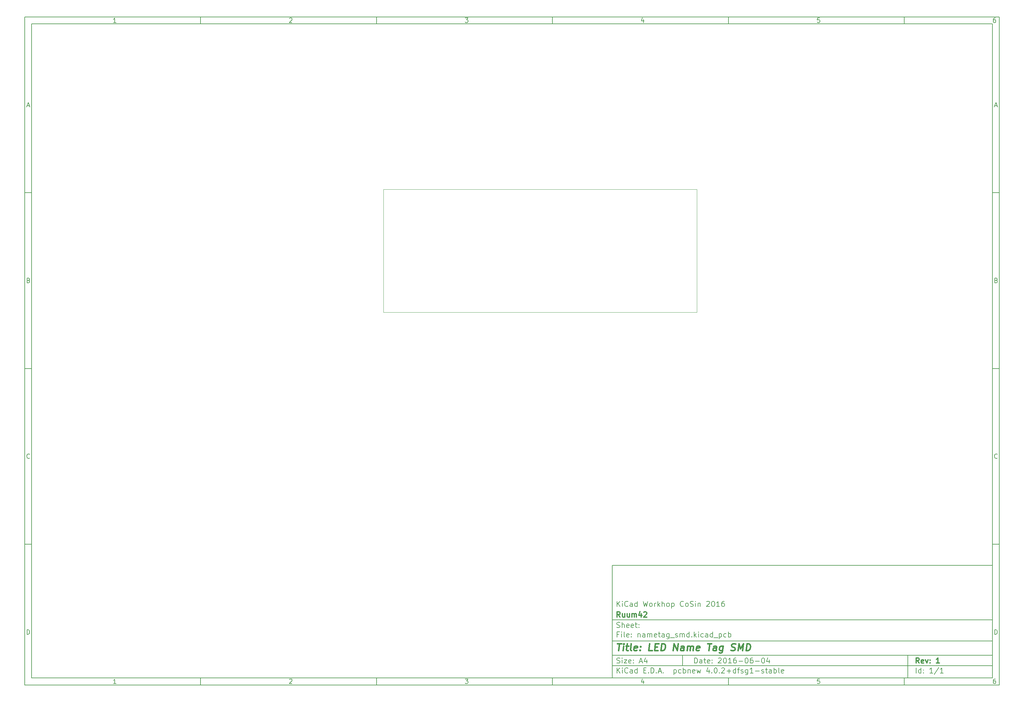
<source format=gbr>
G04 #@! TF.FileFunction,Profile,NP*
%FSLAX46Y46*%
G04 Gerber Fmt 4.6, Leading zero omitted, Abs format (unit mm)*
G04 Created by KiCad (PCBNEW 4.0.2+dfsg1-stable) date Wed 08 Jun 2016 02:12:19 CEST*
%MOMM*%
G01*
G04 APERTURE LIST*
%ADD10C,0.100000*%
%ADD11C,0.150000*%
%ADD12C,0.300000*%
%ADD13C,0.400000*%
G04 APERTURE END LIST*
D10*
D11*
X177002200Y-166007200D02*
X177002200Y-198007200D01*
X285002200Y-198007200D01*
X285002200Y-166007200D01*
X177002200Y-166007200D01*
D10*
D11*
X10000000Y-10000000D02*
X10000000Y-200007200D01*
X287002200Y-200007200D01*
X287002200Y-10000000D01*
X10000000Y-10000000D01*
D10*
D11*
X12000000Y-12000000D02*
X12000000Y-198007200D01*
X285002200Y-198007200D01*
X285002200Y-12000000D01*
X12000000Y-12000000D01*
D10*
D11*
X60000000Y-12000000D02*
X60000000Y-10000000D01*
D10*
D11*
X110000000Y-12000000D02*
X110000000Y-10000000D01*
D10*
D11*
X160000000Y-12000000D02*
X160000000Y-10000000D01*
D10*
D11*
X210000000Y-12000000D02*
X210000000Y-10000000D01*
D10*
D11*
X260000000Y-12000000D02*
X260000000Y-10000000D01*
D10*
D11*
X35990476Y-11588095D02*
X35247619Y-11588095D01*
X35619048Y-11588095D02*
X35619048Y-10288095D01*
X35495238Y-10473810D01*
X35371429Y-10597619D01*
X35247619Y-10659524D01*
D10*
D11*
X85247619Y-10411905D02*
X85309524Y-10350000D01*
X85433333Y-10288095D01*
X85742857Y-10288095D01*
X85866667Y-10350000D01*
X85928571Y-10411905D01*
X85990476Y-10535714D01*
X85990476Y-10659524D01*
X85928571Y-10845238D01*
X85185714Y-11588095D01*
X85990476Y-11588095D01*
D10*
D11*
X135185714Y-10288095D02*
X135990476Y-10288095D01*
X135557143Y-10783333D01*
X135742857Y-10783333D01*
X135866667Y-10845238D01*
X135928571Y-10907143D01*
X135990476Y-11030952D01*
X135990476Y-11340476D01*
X135928571Y-11464286D01*
X135866667Y-11526190D01*
X135742857Y-11588095D01*
X135371429Y-11588095D01*
X135247619Y-11526190D01*
X135185714Y-11464286D01*
D10*
D11*
X185866667Y-10721429D02*
X185866667Y-11588095D01*
X185557143Y-10226190D02*
X185247619Y-11154762D01*
X186052381Y-11154762D01*
D10*
D11*
X235928571Y-10288095D02*
X235309524Y-10288095D01*
X235247619Y-10907143D01*
X235309524Y-10845238D01*
X235433333Y-10783333D01*
X235742857Y-10783333D01*
X235866667Y-10845238D01*
X235928571Y-10907143D01*
X235990476Y-11030952D01*
X235990476Y-11340476D01*
X235928571Y-11464286D01*
X235866667Y-11526190D01*
X235742857Y-11588095D01*
X235433333Y-11588095D01*
X235309524Y-11526190D01*
X235247619Y-11464286D01*
D10*
D11*
X285866667Y-10288095D02*
X285619048Y-10288095D01*
X285495238Y-10350000D01*
X285433333Y-10411905D01*
X285309524Y-10597619D01*
X285247619Y-10845238D01*
X285247619Y-11340476D01*
X285309524Y-11464286D01*
X285371429Y-11526190D01*
X285495238Y-11588095D01*
X285742857Y-11588095D01*
X285866667Y-11526190D01*
X285928571Y-11464286D01*
X285990476Y-11340476D01*
X285990476Y-11030952D01*
X285928571Y-10907143D01*
X285866667Y-10845238D01*
X285742857Y-10783333D01*
X285495238Y-10783333D01*
X285371429Y-10845238D01*
X285309524Y-10907143D01*
X285247619Y-11030952D01*
D10*
D11*
X60000000Y-198007200D02*
X60000000Y-200007200D01*
D10*
D11*
X110000000Y-198007200D02*
X110000000Y-200007200D01*
D10*
D11*
X160000000Y-198007200D02*
X160000000Y-200007200D01*
D10*
D11*
X210000000Y-198007200D02*
X210000000Y-200007200D01*
D10*
D11*
X260000000Y-198007200D02*
X260000000Y-200007200D01*
D10*
D11*
X35990476Y-199595295D02*
X35247619Y-199595295D01*
X35619048Y-199595295D02*
X35619048Y-198295295D01*
X35495238Y-198481010D01*
X35371429Y-198604819D01*
X35247619Y-198666724D01*
D10*
D11*
X85247619Y-198419105D02*
X85309524Y-198357200D01*
X85433333Y-198295295D01*
X85742857Y-198295295D01*
X85866667Y-198357200D01*
X85928571Y-198419105D01*
X85990476Y-198542914D01*
X85990476Y-198666724D01*
X85928571Y-198852438D01*
X85185714Y-199595295D01*
X85990476Y-199595295D01*
D10*
D11*
X135185714Y-198295295D02*
X135990476Y-198295295D01*
X135557143Y-198790533D01*
X135742857Y-198790533D01*
X135866667Y-198852438D01*
X135928571Y-198914343D01*
X135990476Y-199038152D01*
X135990476Y-199347676D01*
X135928571Y-199471486D01*
X135866667Y-199533390D01*
X135742857Y-199595295D01*
X135371429Y-199595295D01*
X135247619Y-199533390D01*
X135185714Y-199471486D01*
D10*
D11*
X185866667Y-198728629D02*
X185866667Y-199595295D01*
X185557143Y-198233390D02*
X185247619Y-199161962D01*
X186052381Y-199161962D01*
D10*
D11*
X235928571Y-198295295D02*
X235309524Y-198295295D01*
X235247619Y-198914343D01*
X235309524Y-198852438D01*
X235433333Y-198790533D01*
X235742857Y-198790533D01*
X235866667Y-198852438D01*
X235928571Y-198914343D01*
X235990476Y-199038152D01*
X235990476Y-199347676D01*
X235928571Y-199471486D01*
X235866667Y-199533390D01*
X235742857Y-199595295D01*
X235433333Y-199595295D01*
X235309524Y-199533390D01*
X235247619Y-199471486D01*
D10*
D11*
X285866667Y-198295295D02*
X285619048Y-198295295D01*
X285495238Y-198357200D01*
X285433333Y-198419105D01*
X285309524Y-198604819D01*
X285247619Y-198852438D01*
X285247619Y-199347676D01*
X285309524Y-199471486D01*
X285371429Y-199533390D01*
X285495238Y-199595295D01*
X285742857Y-199595295D01*
X285866667Y-199533390D01*
X285928571Y-199471486D01*
X285990476Y-199347676D01*
X285990476Y-199038152D01*
X285928571Y-198914343D01*
X285866667Y-198852438D01*
X285742857Y-198790533D01*
X285495238Y-198790533D01*
X285371429Y-198852438D01*
X285309524Y-198914343D01*
X285247619Y-199038152D01*
D10*
D11*
X10000000Y-60000000D02*
X12000000Y-60000000D01*
D10*
D11*
X10000000Y-110000000D02*
X12000000Y-110000000D01*
D10*
D11*
X10000000Y-160000000D02*
X12000000Y-160000000D01*
D10*
D11*
X10690476Y-35216667D02*
X11309524Y-35216667D01*
X10566667Y-35588095D02*
X11000000Y-34288095D01*
X11433333Y-35588095D01*
D10*
D11*
X11092857Y-84907143D02*
X11278571Y-84969048D01*
X11340476Y-85030952D01*
X11402381Y-85154762D01*
X11402381Y-85340476D01*
X11340476Y-85464286D01*
X11278571Y-85526190D01*
X11154762Y-85588095D01*
X10659524Y-85588095D01*
X10659524Y-84288095D01*
X11092857Y-84288095D01*
X11216667Y-84350000D01*
X11278571Y-84411905D01*
X11340476Y-84535714D01*
X11340476Y-84659524D01*
X11278571Y-84783333D01*
X11216667Y-84845238D01*
X11092857Y-84907143D01*
X10659524Y-84907143D01*
D10*
D11*
X11402381Y-135464286D02*
X11340476Y-135526190D01*
X11154762Y-135588095D01*
X11030952Y-135588095D01*
X10845238Y-135526190D01*
X10721429Y-135402381D01*
X10659524Y-135278571D01*
X10597619Y-135030952D01*
X10597619Y-134845238D01*
X10659524Y-134597619D01*
X10721429Y-134473810D01*
X10845238Y-134350000D01*
X11030952Y-134288095D01*
X11154762Y-134288095D01*
X11340476Y-134350000D01*
X11402381Y-134411905D01*
D10*
D11*
X10659524Y-185588095D02*
X10659524Y-184288095D01*
X10969048Y-184288095D01*
X11154762Y-184350000D01*
X11278571Y-184473810D01*
X11340476Y-184597619D01*
X11402381Y-184845238D01*
X11402381Y-185030952D01*
X11340476Y-185278571D01*
X11278571Y-185402381D01*
X11154762Y-185526190D01*
X10969048Y-185588095D01*
X10659524Y-185588095D01*
D10*
D11*
X287002200Y-60000000D02*
X285002200Y-60000000D01*
D10*
D11*
X287002200Y-110000000D02*
X285002200Y-110000000D01*
D10*
D11*
X287002200Y-160000000D02*
X285002200Y-160000000D01*
D10*
D11*
X285692676Y-35216667D02*
X286311724Y-35216667D01*
X285568867Y-35588095D02*
X286002200Y-34288095D01*
X286435533Y-35588095D01*
D10*
D11*
X286095057Y-84907143D02*
X286280771Y-84969048D01*
X286342676Y-85030952D01*
X286404581Y-85154762D01*
X286404581Y-85340476D01*
X286342676Y-85464286D01*
X286280771Y-85526190D01*
X286156962Y-85588095D01*
X285661724Y-85588095D01*
X285661724Y-84288095D01*
X286095057Y-84288095D01*
X286218867Y-84350000D01*
X286280771Y-84411905D01*
X286342676Y-84535714D01*
X286342676Y-84659524D01*
X286280771Y-84783333D01*
X286218867Y-84845238D01*
X286095057Y-84907143D01*
X285661724Y-84907143D01*
D10*
D11*
X286404581Y-135464286D02*
X286342676Y-135526190D01*
X286156962Y-135588095D01*
X286033152Y-135588095D01*
X285847438Y-135526190D01*
X285723629Y-135402381D01*
X285661724Y-135278571D01*
X285599819Y-135030952D01*
X285599819Y-134845238D01*
X285661724Y-134597619D01*
X285723629Y-134473810D01*
X285847438Y-134350000D01*
X286033152Y-134288095D01*
X286156962Y-134288095D01*
X286342676Y-134350000D01*
X286404581Y-134411905D01*
D10*
D11*
X285661724Y-185588095D02*
X285661724Y-184288095D01*
X285971248Y-184288095D01*
X286156962Y-184350000D01*
X286280771Y-184473810D01*
X286342676Y-184597619D01*
X286404581Y-184845238D01*
X286404581Y-185030952D01*
X286342676Y-185278571D01*
X286280771Y-185402381D01*
X286156962Y-185526190D01*
X285971248Y-185588095D01*
X285661724Y-185588095D01*
D10*
D11*
X200359343Y-193785771D02*
X200359343Y-192285771D01*
X200716486Y-192285771D01*
X200930771Y-192357200D01*
X201073629Y-192500057D01*
X201145057Y-192642914D01*
X201216486Y-192928629D01*
X201216486Y-193142914D01*
X201145057Y-193428629D01*
X201073629Y-193571486D01*
X200930771Y-193714343D01*
X200716486Y-193785771D01*
X200359343Y-193785771D01*
X202502200Y-193785771D02*
X202502200Y-193000057D01*
X202430771Y-192857200D01*
X202287914Y-192785771D01*
X202002200Y-192785771D01*
X201859343Y-192857200D01*
X202502200Y-193714343D02*
X202359343Y-193785771D01*
X202002200Y-193785771D01*
X201859343Y-193714343D01*
X201787914Y-193571486D01*
X201787914Y-193428629D01*
X201859343Y-193285771D01*
X202002200Y-193214343D01*
X202359343Y-193214343D01*
X202502200Y-193142914D01*
X203002200Y-192785771D02*
X203573629Y-192785771D01*
X203216486Y-192285771D02*
X203216486Y-193571486D01*
X203287914Y-193714343D01*
X203430772Y-193785771D01*
X203573629Y-193785771D01*
X204645057Y-193714343D02*
X204502200Y-193785771D01*
X204216486Y-193785771D01*
X204073629Y-193714343D01*
X204002200Y-193571486D01*
X204002200Y-193000057D01*
X204073629Y-192857200D01*
X204216486Y-192785771D01*
X204502200Y-192785771D01*
X204645057Y-192857200D01*
X204716486Y-193000057D01*
X204716486Y-193142914D01*
X204002200Y-193285771D01*
X205359343Y-193642914D02*
X205430771Y-193714343D01*
X205359343Y-193785771D01*
X205287914Y-193714343D01*
X205359343Y-193642914D01*
X205359343Y-193785771D01*
X205359343Y-192857200D02*
X205430771Y-192928629D01*
X205359343Y-193000057D01*
X205287914Y-192928629D01*
X205359343Y-192857200D01*
X205359343Y-193000057D01*
X207145057Y-192428629D02*
X207216486Y-192357200D01*
X207359343Y-192285771D01*
X207716486Y-192285771D01*
X207859343Y-192357200D01*
X207930772Y-192428629D01*
X208002200Y-192571486D01*
X208002200Y-192714343D01*
X207930772Y-192928629D01*
X207073629Y-193785771D01*
X208002200Y-193785771D01*
X208930771Y-192285771D02*
X209073628Y-192285771D01*
X209216485Y-192357200D01*
X209287914Y-192428629D01*
X209359343Y-192571486D01*
X209430771Y-192857200D01*
X209430771Y-193214343D01*
X209359343Y-193500057D01*
X209287914Y-193642914D01*
X209216485Y-193714343D01*
X209073628Y-193785771D01*
X208930771Y-193785771D01*
X208787914Y-193714343D01*
X208716485Y-193642914D01*
X208645057Y-193500057D01*
X208573628Y-193214343D01*
X208573628Y-192857200D01*
X208645057Y-192571486D01*
X208716485Y-192428629D01*
X208787914Y-192357200D01*
X208930771Y-192285771D01*
X210859342Y-193785771D02*
X210002199Y-193785771D01*
X210430771Y-193785771D02*
X210430771Y-192285771D01*
X210287914Y-192500057D01*
X210145056Y-192642914D01*
X210002199Y-192714343D01*
X212145056Y-192285771D02*
X211859342Y-192285771D01*
X211716485Y-192357200D01*
X211645056Y-192428629D01*
X211502199Y-192642914D01*
X211430770Y-192928629D01*
X211430770Y-193500057D01*
X211502199Y-193642914D01*
X211573627Y-193714343D01*
X211716485Y-193785771D01*
X212002199Y-193785771D01*
X212145056Y-193714343D01*
X212216485Y-193642914D01*
X212287913Y-193500057D01*
X212287913Y-193142914D01*
X212216485Y-193000057D01*
X212145056Y-192928629D01*
X212002199Y-192857200D01*
X211716485Y-192857200D01*
X211573627Y-192928629D01*
X211502199Y-193000057D01*
X211430770Y-193142914D01*
X212930770Y-193214343D02*
X214073627Y-193214343D01*
X215073627Y-192285771D02*
X215216484Y-192285771D01*
X215359341Y-192357200D01*
X215430770Y-192428629D01*
X215502199Y-192571486D01*
X215573627Y-192857200D01*
X215573627Y-193214343D01*
X215502199Y-193500057D01*
X215430770Y-193642914D01*
X215359341Y-193714343D01*
X215216484Y-193785771D01*
X215073627Y-193785771D01*
X214930770Y-193714343D01*
X214859341Y-193642914D01*
X214787913Y-193500057D01*
X214716484Y-193214343D01*
X214716484Y-192857200D01*
X214787913Y-192571486D01*
X214859341Y-192428629D01*
X214930770Y-192357200D01*
X215073627Y-192285771D01*
X216859341Y-192285771D02*
X216573627Y-192285771D01*
X216430770Y-192357200D01*
X216359341Y-192428629D01*
X216216484Y-192642914D01*
X216145055Y-192928629D01*
X216145055Y-193500057D01*
X216216484Y-193642914D01*
X216287912Y-193714343D01*
X216430770Y-193785771D01*
X216716484Y-193785771D01*
X216859341Y-193714343D01*
X216930770Y-193642914D01*
X217002198Y-193500057D01*
X217002198Y-193142914D01*
X216930770Y-193000057D01*
X216859341Y-192928629D01*
X216716484Y-192857200D01*
X216430770Y-192857200D01*
X216287912Y-192928629D01*
X216216484Y-193000057D01*
X216145055Y-193142914D01*
X217645055Y-193214343D02*
X218787912Y-193214343D01*
X219787912Y-192285771D02*
X219930769Y-192285771D01*
X220073626Y-192357200D01*
X220145055Y-192428629D01*
X220216484Y-192571486D01*
X220287912Y-192857200D01*
X220287912Y-193214343D01*
X220216484Y-193500057D01*
X220145055Y-193642914D01*
X220073626Y-193714343D01*
X219930769Y-193785771D01*
X219787912Y-193785771D01*
X219645055Y-193714343D01*
X219573626Y-193642914D01*
X219502198Y-193500057D01*
X219430769Y-193214343D01*
X219430769Y-192857200D01*
X219502198Y-192571486D01*
X219573626Y-192428629D01*
X219645055Y-192357200D01*
X219787912Y-192285771D01*
X221573626Y-192785771D02*
X221573626Y-193785771D01*
X221216483Y-192214343D02*
X220859340Y-193285771D01*
X221787912Y-193285771D01*
D10*
D11*
X177002200Y-194507200D02*
X285002200Y-194507200D01*
D10*
D11*
X178359343Y-196585771D02*
X178359343Y-195085771D01*
X179216486Y-196585771D02*
X178573629Y-195728629D01*
X179216486Y-195085771D02*
X178359343Y-195942914D01*
X179859343Y-196585771D02*
X179859343Y-195585771D01*
X179859343Y-195085771D02*
X179787914Y-195157200D01*
X179859343Y-195228629D01*
X179930771Y-195157200D01*
X179859343Y-195085771D01*
X179859343Y-195228629D01*
X181430772Y-196442914D02*
X181359343Y-196514343D01*
X181145057Y-196585771D01*
X181002200Y-196585771D01*
X180787915Y-196514343D01*
X180645057Y-196371486D01*
X180573629Y-196228629D01*
X180502200Y-195942914D01*
X180502200Y-195728629D01*
X180573629Y-195442914D01*
X180645057Y-195300057D01*
X180787915Y-195157200D01*
X181002200Y-195085771D01*
X181145057Y-195085771D01*
X181359343Y-195157200D01*
X181430772Y-195228629D01*
X182716486Y-196585771D02*
X182716486Y-195800057D01*
X182645057Y-195657200D01*
X182502200Y-195585771D01*
X182216486Y-195585771D01*
X182073629Y-195657200D01*
X182716486Y-196514343D02*
X182573629Y-196585771D01*
X182216486Y-196585771D01*
X182073629Y-196514343D01*
X182002200Y-196371486D01*
X182002200Y-196228629D01*
X182073629Y-196085771D01*
X182216486Y-196014343D01*
X182573629Y-196014343D01*
X182716486Y-195942914D01*
X184073629Y-196585771D02*
X184073629Y-195085771D01*
X184073629Y-196514343D02*
X183930772Y-196585771D01*
X183645058Y-196585771D01*
X183502200Y-196514343D01*
X183430772Y-196442914D01*
X183359343Y-196300057D01*
X183359343Y-195871486D01*
X183430772Y-195728629D01*
X183502200Y-195657200D01*
X183645058Y-195585771D01*
X183930772Y-195585771D01*
X184073629Y-195657200D01*
X185930772Y-195800057D02*
X186430772Y-195800057D01*
X186645058Y-196585771D02*
X185930772Y-196585771D01*
X185930772Y-195085771D01*
X186645058Y-195085771D01*
X187287915Y-196442914D02*
X187359343Y-196514343D01*
X187287915Y-196585771D01*
X187216486Y-196514343D01*
X187287915Y-196442914D01*
X187287915Y-196585771D01*
X188002201Y-196585771D02*
X188002201Y-195085771D01*
X188359344Y-195085771D01*
X188573629Y-195157200D01*
X188716487Y-195300057D01*
X188787915Y-195442914D01*
X188859344Y-195728629D01*
X188859344Y-195942914D01*
X188787915Y-196228629D01*
X188716487Y-196371486D01*
X188573629Y-196514343D01*
X188359344Y-196585771D01*
X188002201Y-196585771D01*
X189502201Y-196442914D02*
X189573629Y-196514343D01*
X189502201Y-196585771D01*
X189430772Y-196514343D01*
X189502201Y-196442914D01*
X189502201Y-196585771D01*
X190145058Y-196157200D02*
X190859344Y-196157200D01*
X190002201Y-196585771D02*
X190502201Y-195085771D01*
X191002201Y-196585771D01*
X191502201Y-196442914D02*
X191573629Y-196514343D01*
X191502201Y-196585771D01*
X191430772Y-196514343D01*
X191502201Y-196442914D01*
X191502201Y-196585771D01*
X194502201Y-195585771D02*
X194502201Y-197085771D01*
X194502201Y-195657200D02*
X194645058Y-195585771D01*
X194930772Y-195585771D01*
X195073629Y-195657200D01*
X195145058Y-195728629D01*
X195216487Y-195871486D01*
X195216487Y-196300057D01*
X195145058Y-196442914D01*
X195073629Y-196514343D01*
X194930772Y-196585771D01*
X194645058Y-196585771D01*
X194502201Y-196514343D01*
X196502201Y-196514343D02*
X196359344Y-196585771D01*
X196073630Y-196585771D01*
X195930772Y-196514343D01*
X195859344Y-196442914D01*
X195787915Y-196300057D01*
X195787915Y-195871486D01*
X195859344Y-195728629D01*
X195930772Y-195657200D01*
X196073630Y-195585771D01*
X196359344Y-195585771D01*
X196502201Y-195657200D01*
X197145058Y-196585771D02*
X197145058Y-195085771D01*
X197145058Y-195657200D02*
X197287915Y-195585771D01*
X197573629Y-195585771D01*
X197716486Y-195657200D01*
X197787915Y-195728629D01*
X197859344Y-195871486D01*
X197859344Y-196300057D01*
X197787915Y-196442914D01*
X197716486Y-196514343D01*
X197573629Y-196585771D01*
X197287915Y-196585771D01*
X197145058Y-196514343D01*
X198502201Y-195585771D02*
X198502201Y-196585771D01*
X198502201Y-195728629D02*
X198573629Y-195657200D01*
X198716487Y-195585771D01*
X198930772Y-195585771D01*
X199073629Y-195657200D01*
X199145058Y-195800057D01*
X199145058Y-196585771D01*
X200430772Y-196514343D02*
X200287915Y-196585771D01*
X200002201Y-196585771D01*
X199859344Y-196514343D01*
X199787915Y-196371486D01*
X199787915Y-195800057D01*
X199859344Y-195657200D01*
X200002201Y-195585771D01*
X200287915Y-195585771D01*
X200430772Y-195657200D01*
X200502201Y-195800057D01*
X200502201Y-195942914D01*
X199787915Y-196085771D01*
X201002201Y-195585771D02*
X201287915Y-196585771D01*
X201573629Y-195871486D01*
X201859344Y-196585771D01*
X202145058Y-195585771D01*
X204502201Y-195585771D02*
X204502201Y-196585771D01*
X204145058Y-195014343D02*
X203787915Y-196085771D01*
X204716487Y-196085771D01*
X205287915Y-196442914D02*
X205359343Y-196514343D01*
X205287915Y-196585771D01*
X205216486Y-196514343D01*
X205287915Y-196442914D01*
X205287915Y-196585771D01*
X206287915Y-195085771D02*
X206430772Y-195085771D01*
X206573629Y-195157200D01*
X206645058Y-195228629D01*
X206716487Y-195371486D01*
X206787915Y-195657200D01*
X206787915Y-196014343D01*
X206716487Y-196300057D01*
X206645058Y-196442914D01*
X206573629Y-196514343D01*
X206430772Y-196585771D01*
X206287915Y-196585771D01*
X206145058Y-196514343D01*
X206073629Y-196442914D01*
X206002201Y-196300057D01*
X205930772Y-196014343D01*
X205930772Y-195657200D01*
X206002201Y-195371486D01*
X206073629Y-195228629D01*
X206145058Y-195157200D01*
X206287915Y-195085771D01*
X207430772Y-196442914D02*
X207502200Y-196514343D01*
X207430772Y-196585771D01*
X207359343Y-196514343D01*
X207430772Y-196442914D01*
X207430772Y-196585771D01*
X208073629Y-195228629D02*
X208145058Y-195157200D01*
X208287915Y-195085771D01*
X208645058Y-195085771D01*
X208787915Y-195157200D01*
X208859344Y-195228629D01*
X208930772Y-195371486D01*
X208930772Y-195514343D01*
X208859344Y-195728629D01*
X208002201Y-196585771D01*
X208930772Y-196585771D01*
X209573629Y-196014343D02*
X210716486Y-196014343D01*
X210145057Y-196585771D02*
X210145057Y-195442914D01*
X212073629Y-196585771D02*
X212073629Y-195085771D01*
X212073629Y-196514343D02*
X211930772Y-196585771D01*
X211645058Y-196585771D01*
X211502200Y-196514343D01*
X211430772Y-196442914D01*
X211359343Y-196300057D01*
X211359343Y-195871486D01*
X211430772Y-195728629D01*
X211502200Y-195657200D01*
X211645058Y-195585771D01*
X211930772Y-195585771D01*
X212073629Y-195657200D01*
X212573629Y-195585771D02*
X213145058Y-195585771D01*
X212787915Y-196585771D02*
X212787915Y-195300057D01*
X212859343Y-195157200D01*
X213002201Y-195085771D01*
X213145058Y-195085771D01*
X213573629Y-196514343D02*
X213716486Y-196585771D01*
X214002201Y-196585771D01*
X214145058Y-196514343D01*
X214216486Y-196371486D01*
X214216486Y-196300057D01*
X214145058Y-196157200D01*
X214002201Y-196085771D01*
X213787915Y-196085771D01*
X213645058Y-196014343D01*
X213573629Y-195871486D01*
X213573629Y-195800057D01*
X213645058Y-195657200D01*
X213787915Y-195585771D01*
X214002201Y-195585771D01*
X214145058Y-195657200D01*
X215502201Y-195585771D02*
X215502201Y-196800057D01*
X215430772Y-196942914D01*
X215359344Y-197014343D01*
X215216487Y-197085771D01*
X215002201Y-197085771D01*
X214859344Y-197014343D01*
X215502201Y-196514343D02*
X215359344Y-196585771D01*
X215073630Y-196585771D01*
X214930772Y-196514343D01*
X214859344Y-196442914D01*
X214787915Y-196300057D01*
X214787915Y-195871486D01*
X214859344Y-195728629D01*
X214930772Y-195657200D01*
X215073630Y-195585771D01*
X215359344Y-195585771D01*
X215502201Y-195657200D01*
X217002201Y-196585771D02*
X216145058Y-196585771D01*
X216573630Y-196585771D02*
X216573630Y-195085771D01*
X216430773Y-195300057D01*
X216287915Y-195442914D01*
X216145058Y-195514343D01*
X217645058Y-196014343D02*
X218787915Y-196014343D01*
X219430772Y-196514343D02*
X219573629Y-196585771D01*
X219859344Y-196585771D01*
X220002201Y-196514343D01*
X220073629Y-196371486D01*
X220073629Y-196300057D01*
X220002201Y-196157200D01*
X219859344Y-196085771D01*
X219645058Y-196085771D01*
X219502201Y-196014343D01*
X219430772Y-195871486D01*
X219430772Y-195800057D01*
X219502201Y-195657200D01*
X219645058Y-195585771D01*
X219859344Y-195585771D01*
X220002201Y-195657200D01*
X220502201Y-195585771D02*
X221073630Y-195585771D01*
X220716487Y-195085771D02*
X220716487Y-196371486D01*
X220787915Y-196514343D01*
X220930773Y-196585771D01*
X221073630Y-196585771D01*
X222216487Y-196585771D02*
X222216487Y-195800057D01*
X222145058Y-195657200D01*
X222002201Y-195585771D01*
X221716487Y-195585771D01*
X221573630Y-195657200D01*
X222216487Y-196514343D02*
X222073630Y-196585771D01*
X221716487Y-196585771D01*
X221573630Y-196514343D01*
X221502201Y-196371486D01*
X221502201Y-196228629D01*
X221573630Y-196085771D01*
X221716487Y-196014343D01*
X222073630Y-196014343D01*
X222216487Y-195942914D01*
X222930773Y-196585771D02*
X222930773Y-195085771D01*
X222930773Y-195657200D02*
X223073630Y-195585771D01*
X223359344Y-195585771D01*
X223502201Y-195657200D01*
X223573630Y-195728629D01*
X223645059Y-195871486D01*
X223645059Y-196300057D01*
X223573630Y-196442914D01*
X223502201Y-196514343D01*
X223359344Y-196585771D01*
X223073630Y-196585771D01*
X222930773Y-196514343D01*
X224502202Y-196585771D02*
X224359344Y-196514343D01*
X224287916Y-196371486D01*
X224287916Y-195085771D01*
X225645058Y-196514343D02*
X225502201Y-196585771D01*
X225216487Y-196585771D01*
X225073630Y-196514343D01*
X225002201Y-196371486D01*
X225002201Y-195800057D01*
X225073630Y-195657200D01*
X225216487Y-195585771D01*
X225502201Y-195585771D01*
X225645058Y-195657200D01*
X225716487Y-195800057D01*
X225716487Y-195942914D01*
X225002201Y-196085771D01*
D10*
D11*
X177002200Y-191507200D02*
X285002200Y-191507200D01*
D10*
D12*
X264216486Y-193785771D02*
X263716486Y-193071486D01*
X263359343Y-193785771D02*
X263359343Y-192285771D01*
X263930771Y-192285771D01*
X264073629Y-192357200D01*
X264145057Y-192428629D01*
X264216486Y-192571486D01*
X264216486Y-192785771D01*
X264145057Y-192928629D01*
X264073629Y-193000057D01*
X263930771Y-193071486D01*
X263359343Y-193071486D01*
X265430771Y-193714343D02*
X265287914Y-193785771D01*
X265002200Y-193785771D01*
X264859343Y-193714343D01*
X264787914Y-193571486D01*
X264787914Y-193000057D01*
X264859343Y-192857200D01*
X265002200Y-192785771D01*
X265287914Y-192785771D01*
X265430771Y-192857200D01*
X265502200Y-193000057D01*
X265502200Y-193142914D01*
X264787914Y-193285771D01*
X266002200Y-192785771D02*
X266359343Y-193785771D01*
X266716485Y-192785771D01*
X267287914Y-193642914D02*
X267359342Y-193714343D01*
X267287914Y-193785771D01*
X267216485Y-193714343D01*
X267287914Y-193642914D01*
X267287914Y-193785771D01*
X267287914Y-192857200D02*
X267359342Y-192928629D01*
X267287914Y-193000057D01*
X267216485Y-192928629D01*
X267287914Y-192857200D01*
X267287914Y-193000057D01*
X269930771Y-193785771D02*
X269073628Y-193785771D01*
X269502200Y-193785771D02*
X269502200Y-192285771D01*
X269359343Y-192500057D01*
X269216485Y-192642914D01*
X269073628Y-192714343D01*
D10*
D11*
X178287914Y-193714343D02*
X178502200Y-193785771D01*
X178859343Y-193785771D01*
X179002200Y-193714343D01*
X179073629Y-193642914D01*
X179145057Y-193500057D01*
X179145057Y-193357200D01*
X179073629Y-193214343D01*
X179002200Y-193142914D01*
X178859343Y-193071486D01*
X178573629Y-193000057D01*
X178430771Y-192928629D01*
X178359343Y-192857200D01*
X178287914Y-192714343D01*
X178287914Y-192571486D01*
X178359343Y-192428629D01*
X178430771Y-192357200D01*
X178573629Y-192285771D01*
X178930771Y-192285771D01*
X179145057Y-192357200D01*
X179787914Y-193785771D02*
X179787914Y-192785771D01*
X179787914Y-192285771D02*
X179716485Y-192357200D01*
X179787914Y-192428629D01*
X179859342Y-192357200D01*
X179787914Y-192285771D01*
X179787914Y-192428629D01*
X180359343Y-192785771D02*
X181145057Y-192785771D01*
X180359343Y-193785771D01*
X181145057Y-193785771D01*
X182287914Y-193714343D02*
X182145057Y-193785771D01*
X181859343Y-193785771D01*
X181716486Y-193714343D01*
X181645057Y-193571486D01*
X181645057Y-193000057D01*
X181716486Y-192857200D01*
X181859343Y-192785771D01*
X182145057Y-192785771D01*
X182287914Y-192857200D01*
X182359343Y-193000057D01*
X182359343Y-193142914D01*
X181645057Y-193285771D01*
X183002200Y-193642914D02*
X183073628Y-193714343D01*
X183002200Y-193785771D01*
X182930771Y-193714343D01*
X183002200Y-193642914D01*
X183002200Y-193785771D01*
X183002200Y-192857200D02*
X183073628Y-192928629D01*
X183002200Y-193000057D01*
X182930771Y-192928629D01*
X183002200Y-192857200D01*
X183002200Y-193000057D01*
X184787914Y-193357200D02*
X185502200Y-193357200D01*
X184645057Y-193785771D02*
X185145057Y-192285771D01*
X185645057Y-193785771D01*
X186787914Y-192785771D02*
X186787914Y-193785771D01*
X186430771Y-192214343D02*
X186073628Y-193285771D01*
X187002200Y-193285771D01*
D10*
D11*
X263359343Y-196585771D02*
X263359343Y-195085771D01*
X264716486Y-196585771D02*
X264716486Y-195085771D01*
X264716486Y-196514343D02*
X264573629Y-196585771D01*
X264287915Y-196585771D01*
X264145057Y-196514343D01*
X264073629Y-196442914D01*
X264002200Y-196300057D01*
X264002200Y-195871486D01*
X264073629Y-195728629D01*
X264145057Y-195657200D01*
X264287915Y-195585771D01*
X264573629Y-195585771D01*
X264716486Y-195657200D01*
X265430772Y-196442914D02*
X265502200Y-196514343D01*
X265430772Y-196585771D01*
X265359343Y-196514343D01*
X265430772Y-196442914D01*
X265430772Y-196585771D01*
X265430772Y-195657200D02*
X265502200Y-195728629D01*
X265430772Y-195800057D01*
X265359343Y-195728629D01*
X265430772Y-195657200D01*
X265430772Y-195800057D01*
X268073629Y-196585771D02*
X267216486Y-196585771D01*
X267645058Y-196585771D02*
X267645058Y-195085771D01*
X267502201Y-195300057D01*
X267359343Y-195442914D01*
X267216486Y-195514343D01*
X269787914Y-195014343D02*
X268502200Y-196942914D01*
X271073629Y-196585771D02*
X270216486Y-196585771D01*
X270645058Y-196585771D02*
X270645058Y-195085771D01*
X270502201Y-195300057D01*
X270359343Y-195442914D01*
X270216486Y-195514343D01*
D10*
D11*
X177002200Y-187507200D02*
X285002200Y-187507200D01*
D10*
D13*
X178454581Y-188211962D02*
X179597438Y-188211962D01*
X178776010Y-190211962D02*
X179026010Y-188211962D01*
X180014105Y-190211962D02*
X180180771Y-188878629D01*
X180264105Y-188211962D02*
X180156962Y-188307200D01*
X180240295Y-188402438D01*
X180347439Y-188307200D01*
X180264105Y-188211962D01*
X180240295Y-188402438D01*
X180847438Y-188878629D02*
X181609343Y-188878629D01*
X181216486Y-188211962D02*
X181002200Y-189926248D01*
X181073630Y-190116724D01*
X181252201Y-190211962D01*
X181442677Y-190211962D01*
X182395058Y-190211962D02*
X182216487Y-190116724D01*
X182145057Y-189926248D01*
X182359343Y-188211962D01*
X183930772Y-190116724D02*
X183728391Y-190211962D01*
X183347439Y-190211962D01*
X183168867Y-190116724D01*
X183097438Y-189926248D01*
X183192676Y-189164343D01*
X183311724Y-188973867D01*
X183514105Y-188878629D01*
X183895057Y-188878629D01*
X184073629Y-188973867D01*
X184145057Y-189164343D01*
X184121248Y-189354819D01*
X183145057Y-189545295D01*
X184895057Y-190021486D02*
X184978392Y-190116724D01*
X184871248Y-190211962D01*
X184787915Y-190116724D01*
X184895057Y-190021486D01*
X184871248Y-190211962D01*
X185026010Y-188973867D02*
X185109344Y-189069105D01*
X185002200Y-189164343D01*
X184918867Y-189069105D01*
X185026010Y-188973867D01*
X185002200Y-189164343D01*
X188299820Y-190211962D02*
X187347439Y-190211962D01*
X187597439Y-188211962D01*
X189097439Y-189164343D02*
X189764106Y-189164343D01*
X189918868Y-190211962D02*
X188966487Y-190211962D01*
X189216487Y-188211962D01*
X190168868Y-188211962D01*
X190776011Y-190211962D02*
X191026011Y-188211962D01*
X191502202Y-188211962D01*
X191776011Y-188307200D01*
X191942678Y-188497676D01*
X192014107Y-188688152D01*
X192061726Y-189069105D01*
X192026012Y-189354819D01*
X191883155Y-189735771D01*
X191764106Y-189926248D01*
X191549821Y-190116724D01*
X191252202Y-190211962D01*
X190776011Y-190211962D01*
X194299821Y-190211962D02*
X194549821Y-188211962D01*
X195442679Y-190211962D01*
X195692679Y-188211962D01*
X197252202Y-190211962D02*
X197383154Y-189164343D01*
X197311726Y-188973867D01*
X197133154Y-188878629D01*
X196752202Y-188878629D01*
X196549821Y-188973867D01*
X197264107Y-190116724D02*
X197061726Y-190211962D01*
X196585536Y-190211962D01*
X196406964Y-190116724D01*
X196335535Y-189926248D01*
X196359345Y-189735771D01*
X196478392Y-189545295D01*
X196680774Y-189450057D01*
X197156964Y-189450057D01*
X197359345Y-189354819D01*
X198204583Y-190211962D02*
X198371249Y-188878629D01*
X198347440Y-189069105D02*
X198454584Y-188973867D01*
X198656964Y-188878629D01*
X198942678Y-188878629D01*
X199121250Y-188973867D01*
X199192678Y-189164343D01*
X199061726Y-190211962D01*
X199192678Y-189164343D02*
X199311726Y-188973867D01*
X199514107Y-188878629D01*
X199799821Y-188878629D01*
X199978393Y-188973867D01*
X200049821Y-189164343D01*
X199918869Y-190211962D01*
X201645060Y-190116724D02*
X201442679Y-190211962D01*
X201061727Y-190211962D01*
X200883155Y-190116724D01*
X200811726Y-189926248D01*
X200906964Y-189164343D01*
X201026012Y-188973867D01*
X201228393Y-188878629D01*
X201609345Y-188878629D01*
X201787917Y-188973867D01*
X201859345Y-189164343D01*
X201835536Y-189354819D01*
X200859345Y-189545295D01*
X204073632Y-188211962D02*
X205216489Y-188211962D01*
X204395061Y-190211962D02*
X204645061Y-188211962D01*
X206490299Y-190211962D02*
X206621251Y-189164343D01*
X206549823Y-188973867D01*
X206371251Y-188878629D01*
X205990299Y-188878629D01*
X205787918Y-188973867D01*
X206502204Y-190116724D02*
X206299823Y-190211962D01*
X205823633Y-190211962D01*
X205645061Y-190116724D01*
X205573632Y-189926248D01*
X205597442Y-189735771D01*
X205716489Y-189545295D01*
X205918871Y-189450057D01*
X206395061Y-189450057D01*
X206597442Y-189354819D01*
X208466489Y-188878629D02*
X208264108Y-190497676D01*
X208145061Y-190688152D01*
X208037918Y-190783390D01*
X207835537Y-190878629D01*
X207549823Y-190878629D01*
X207371251Y-190783390D01*
X208311728Y-190116724D02*
X208109347Y-190211962D01*
X207728395Y-190211962D01*
X207549824Y-190116724D01*
X207466489Y-190021486D01*
X207395061Y-189831010D01*
X207466489Y-189259581D01*
X207585537Y-189069105D01*
X207692681Y-188973867D01*
X207895061Y-188878629D01*
X208276013Y-188878629D01*
X208454585Y-188973867D01*
X210692681Y-190116724D02*
X210966491Y-190211962D01*
X211442681Y-190211962D01*
X211645062Y-190116724D01*
X211752204Y-190021486D01*
X211871253Y-189831010D01*
X211895062Y-189640533D01*
X211823633Y-189450057D01*
X211740300Y-189354819D01*
X211561728Y-189259581D01*
X211192681Y-189164343D01*
X211014110Y-189069105D01*
X210930776Y-188973867D01*
X210859347Y-188783390D01*
X210883157Y-188592914D01*
X211002204Y-188402438D01*
X211109348Y-188307200D01*
X211311729Y-188211962D01*
X211787919Y-188211962D01*
X212061729Y-188307200D01*
X212680776Y-190211962D02*
X212930776Y-188211962D01*
X213418871Y-189640533D01*
X214264110Y-188211962D01*
X214014110Y-190211962D01*
X214966490Y-190211962D02*
X215216490Y-188211962D01*
X215692681Y-188211962D01*
X215966490Y-188307200D01*
X216133157Y-188497676D01*
X216204586Y-188688152D01*
X216252205Y-189069105D01*
X216216491Y-189354819D01*
X216073634Y-189735771D01*
X215954585Y-189926248D01*
X215740300Y-190116724D01*
X215442681Y-190211962D01*
X214966490Y-190211962D01*
D10*
D11*
X178859343Y-185600057D02*
X178359343Y-185600057D01*
X178359343Y-186385771D02*
X178359343Y-184885771D01*
X179073629Y-184885771D01*
X179645057Y-186385771D02*
X179645057Y-185385771D01*
X179645057Y-184885771D02*
X179573628Y-184957200D01*
X179645057Y-185028629D01*
X179716485Y-184957200D01*
X179645057Y-184885771D01*
X179645057Y-185028629D01*
X180573629Y-186385771D02*
X180430771Y-186314343D01*
X180359343Y-186171486D01*
X180359343Y-184885771D01*
X181716485Y-186314343D02*
X181573628Y-186385771D01*
X181287914Y-186385771D01*
X181145057Y-186314343D01*
X181073628Y-186171486D01*
X181073628Y-185600057D01*
X181145057Y-185457200D01*
X181287914Y-185385771D01*
X181573628Y-185385771D01*
X181716485Y-185457200D01*
X181787914Y-185600057D01*
X181787914Y-185742914D01*
X181073628Y-185885771D01*
X182430771Y-186242914D02*
X182502199Y-186314343D01*
X182430771Y-186385771D01*
X182359342Y-186314343D01*
X182430771Y-186242914D01*
X182430771Y-186385771D01*
X182430771Y-185457200D02*
X182502199Y-185528629D01*
X182430771Y-185600057D01*
X182359342Y-185528629D01*
X182430771Y-185457200D01*
X182430771Y-185600057D01*
X184287914Y-185385771D02*
X184287914Y-186385771D01*
X184287914Y-185528629D02*
X184359342Y-185457200D01*
X184502200Y-185385771D01*
X184716485Y-185385771D01*
X184859342Y-185457200D01*
X184930771Y-185600057D01*
X184930771Y-186385771D01*
X186287914Y-186385771D02*
X186287914Y-185600057D01*
X186216485Y-185457200D01*
X186073628Y-185385771D01*
X185787914Y-185385771D01*
X185645057Y-185457200D01*
X186287914Y-186314343D02*
X186145057Y-186385771D01*
X185787914Y-186385771D01*
X185645057Y-186314343D01*
X185573628Y-186171486D01*
X185573628Y-186028629D01*
X185645057Y-185885771D01*
X185787914Y-185814343D01*
X186145057Y-185814343D01*
X186287914Y-185742914D01*
X187002200Y-186385771D02*
X187002200Y-185385771D01*
X187002200Y-185528629D02*
X187073628Y-185457200D01*
X187216486Y-185385771D01*
X187430771Y-185385771D01*
X187573628Y-185457200D01*
X187645057Y-185600057D01*
X187645057Y-186385771D01*
X187645057Y-185600057D02*
X187716486Y-185457200D01*
X187859343Y-185385771D01*
X188073628Y-185385771D01*
X188216486Y-185457200D01*
X188287914Y-185600057D01*
X188287914Y-186385771D01*
X189573628Y-186314343D02*
X189430771Y-186385771D01*
X189145057Y-186385771D01*
X189002200Y-186314343D01*
X188930771Y-186171486D01*
X188930771Y-185600057D01*
X189002200Y-185457200D01*
X189145057Y-185385771D01*
X189430771Y-185385771D01*
X189573628Y-185457200D01*
X189645057Y-185600057D01*
X189645057Y-185742914D01*
X188930771Y-185885771D01*
X190073628Y-185385771D02*
X190645057Y-185385771D01*
X190287914Y-184885771D02*
X190287914Y-186171486D01*
X190359342Y-186314343D01*
X190502200Y-186385771D01*
X190645057Y-186385771D01*
X191787914Y-186385771D02*
X191787914Y-185600057D01*
X191716485Y-185457200D01*
X191573628Y-185385771D01*
X191287914Y-185385771D01*
X191145057Y-185457200D01*
X191787914Y-186314343D02*
X191645057Y-186385771D01*
X191287914Y-186385771D01*
X191145057Y-186314343D01*
X191073628Y-186171486D01*
X191073628Y-186028629D01*
X191145057Y-185885771D01*
X191287914Y-185814343D01*
X191645057Y-185814343D01*
X191787914Y-185742914D01*
X193145057Y-185385771D02*
X193145057Y-186600057D01*
X193073628Y-186742914D01*
X193002200Y-186814343D01*
X192859343Y-186885771D01*
X192645057Y-186885771D01*
X192502200Y-186814343D01*
X193145057Y-186314343D02*
X193002200Y-186385771D01*
X192716486Y-186385771D01*
X192573628Y-186314343D01*
X192502200Y-186242914D01*
X192430771Y-186100057D01*
X192430771Y-185671486D01*
X192502200Y-185528629D01*
X192573628Y-185457200D01*
X192716486Y-185385771D01*
X193002200Y-185385771D01*
X193145057Y-185457200D01*
X193502200Y-186528629D02*
X194645057Y-186528629D01*
X194930771Y-186314343D02*
X195073628Y-186385771D01*
X195359343Y-186385771D01*
X195502200Y-186314343D01*
X195573628Y-186171486D01*
X195573628Y-186100057D01*
X195502200Y-185957200D01*
X195359343Y-185885771D01*
X195145057Y-185885771D01*
X195002200Y-185814343D01*
X194930771Y-185671486D01*
X194930771Y-185600057D01*
X195002200Y-185457200D01*
X195145057Y-185385771D01*
X195359343Y-185385771D01*
X195502200Y-185457200D01*
X196216486Y-186385771D02*
X196216486Y-185385771D01*
X196216486Y-185528629D02*
X196287914Y-185457200D01*
X196430772Y-185385771D01*
X196645057Y-185385771D01*
X196787914Y-185457200D01*
X196859343Y-185600057D01*
X196859343Y-186385771D01*
X196859343Y-185600057D02*
X196930772Y-185457200D01*
X197073629Y-185385771D01*
X197287914Y-185385771D01*
X197430772Y-185457200D01*
X197502200Y-185600057D01*
X197502200Y-186385771D01*
X198859343Y-186385771D02*
X198859343Y-184885771D01*
X198859343Y-186314343D02*
X198716486Y-186385771D01*
X198430772Y-186385771D01*
X198287914Y-186314343D01*
X198216486Y-186242914D01*
X198145057Y-186100057D01*
X198145057Y-185671486D01*
X198216486Y-185528629D01*
X198287914Y-185457200D01*
X198430772Y-185385771D01*
X198716486Y-185385771D01*
X198859343Y-185457200D01*
X199573629Y-186242914D02*
X199645057Y-186314343D01*
X199573629Y-186385771D01*
X199502200Y-186314343D01*
X199573629Y-186242914D01*
X199573629Y-186385771D01*
X200287915Y-186385771D02*
X200287915Y-184885771D01*
X200430772Y-185814343D02*
X200859343Y-186385771D01*
X200859343Y-185385771D02*
X200287915Y-185957200D01*
X201502201Y-186385771D02*
X201502201Y-185385771D01*
X201502201Y-184885771D02*
X201430772Y-184957200D01*
X201502201Y-185028629D01*
X201573629Y-184957200D01*
X201502201Y-184885771D01*
X201502201Y-185028629D01*
X202859344Y-186314343D02*
X202716487Y-186385771D01*
X202430773Y-186385771D01*
X202287915Y-186314343D01*
X202216487Y-186242914D01*
X202145058Y-186100057D01*
X202145058Y-185671486D01*
X202216487Y-185528629D01*
X202287915Y-185457200D01*
X202430773Y-185385771D01*
X202716487Y-185385771D01*
X202859344Y-185457200D01*
X204145058Y-186385771D02*
X204145058Y-185600057D01*
X204073629Y-185457200D01*
X203930772Y-185385771D01*
X203645058Y-185385771D01*
X203502201Y-185457200D01*
X204145058Y-186314343D02*
X204002201Y-186385771D01*
X203645058Y-186385771D01*
X203502201Y-186314343D01*
X203430772Y-186171486D01*
X203430772Y-186028629D01*
X203502201Y-185885771D01*
X203645058Y-185814343D01*
X204002201Y-185814343D01*
X204145058Y-185742914D01*
X205502201Y-186385771D02*
X205502201Y-184885771D01*
X205502201Y-186314343D02*
X205359344Y-186385771D01*
X205073630Y-186385771D01*
X204930772Y-186314343D01*
X204859344Y-186242914D01*
X204787915Y-186100057D01*
X204787915Y-185671486D01*
X204859344Y-185528629D01*
X204930772Y-185457200D01*
X205073630Y-185385771D01*
X205359344Y-185385771D01*
X205502201Y-185457200D01*
X205859344Y-186528629D02*
X207002201Y-186528629D01*
X207359344Y-185385771D02*
X207359344Y-186885771D01*
X207359344Y-185457200D02*
X207502201Y-185385771D01*
X207787915Y-185385771D01*
X207930772Y-185457200D01*
X208002201Y-185528629D01*
X208073630Y-185671486D01*
X208073630Y-186100057D01*
X208002201Y-186242914D01*
X207930772Y-186314343D01*
X207787915Y-186385771D01*
X207502201Y-186385771D01*
X207359344Y-186314343D01*
X209359344Y-186314343D02*
X209216487Y-186385771D01*
X208930773Y-186385771D01*
X208787915Y-186314343D01*
X208716487Y-186242914D01*
X208645058Y-186100057D01*
X208645058Y-185671486D01*
X208716487Y-185528629D01*
X208787915Y-185457200D01*
X208930773Y-185385771D01*
X209216487Y-185385771D01*
X209359344Y-185457200D01*
X210002201Y-186385771D02*
X210002201Y-184885771D01*
X210002201Y-185457200D02*
X210145058Y-185385771D01*
X210430772Y-185385771D01*
X210573629Y-185457200D01*
X210645058Y-185528629D01*
X210716487Y-185671486D01*
X210716487Y-186100057D01*
X210645058Y-186242914D01*
X210573629Y-186314343D01*
X210430772Y-186385771D01*
X210145058Y-186385771D01*
X210002201Y-186314343D01*
D10*
D11*
X177002200Y-181507200D02*
X285002200Y-181507200D01*
D10*
D11*
X178287914Y-183614343D02*
X178502200Y-183685771D01*
X178859343Y-183685771D01*
X179002200Y-183614343D01*
X179073629Y-183542914D01*
X179145057Y-183400057D01*
X179145057Y-183257200D01*
X179073629Y-183114343D01*
X179002200Y-183042914D01*
X178859343Y-182971486D01*
X178573629Y-182900057D01*
X178430771Y-182828629D01*
X178359343Y-182757200D01*
X178287914Y-182614343D01*
X178287914Y-182471486D01*
X178359343Y-182328629D01*
X178430771Y-182257200D01*
X178573629Y-182185771D01*
X178930771Y-182185771D01*
X179145057Y-182257200D01*
X179787914Y-183685771D02*
X179787914Y-182185771D01*
X180430771Y-183685771D02*
X180430771Y-182900057D01*
X180359342Y-182757200D01*
X180216485Y-182685771D01*
X180002200Y-182685771D01*
X179859342Y-182757200D01*
X179787914Y-182828629D01*
X181716485Y-183614343D02*
X181573628Y-183685771D01*
X181287914Y-183685771D01*
X181145057Y-183614343D01*
X181073628Y-183471486D01*
X181073628Y-182900057D01*
X181145057Y-182757200D01*
X181287914Y-182685771D01*
X181573628Y-182685771D01*
X181716485Y-182757200D01*
X181787914Y-182900057D01*
X181787914Y-183042914D01*
X181073628Y-183185771D01*
X183002199Y-183614343D02*
X182859342Y-183685771D01*
X182573628Y-183685771D01*
X182430771Y-183614343D01*
X182359342Y-183471486D01*
X182359342Y-182900057D01*
X182430771Y-182757200D01*
X182573628Y-182685771D01*
X182859342Y-182685771D01*
X183002199Y-182757200D01*
X183073628Y-182900057D01*
X183073628Y-183042914D01*
X182359342Y-183185771D01*
X183502199Y-182685771D02*
X184073628Y-182685771D01*
X183716485Y-182185771D02*
X183716485Y-183471486D01*
X183787913Y-183614343D01*
X183930771Y-183685771D01*
X184073628Y-183685771D01*
X184573628Y-183542914D02*
X184645056Y-183614343D01*
X184573628Y-183685771D01*
X184502199Y-183614343D01*
X184573628Y-183542914D01*
X184573628Y-183685771D01*
X184573628Y-182757200D02*
X184645056Y-182828629D01*
X184573628Y-182900057D01*
X184502199Y-182828629D01*
X184573628Y-182757200D01*
X184573628Y-182900057D01*
D10*
D12*
X179216486Y-180685771D02*
X178716486Y-179971486D01*
X178359343Y-180685771D02*
X178359343Y-179185771D01*
X178930771Y-179185771D01*
X179073629Y-179257200D01*
X179145057Y-179328629D01*
X179216486Y-179471486D01*
X179216486Y-179685771D01*
X179145057Y-179828629D01*
X179073629Y-179900057D01*
X178930771Y-179971486D01*
X178359343Y-179971486D01*
X180502200Y-179685771D02*
X180502200Y-180685771D01*
X179859343Y-179685771D02*
X179859343Y-180471486D01*
X179930771Y-180614343D01*
X180073629Y-180685771D01*
X180287914Y-180685771D01*
X180430771Y-180614343D01*
X180502200Y-180542914D01*
X181859343Y-179685771D02*
X181859343Y-180685771D01*
X181216486Y-179685771D02*
X181216486Y-180471486D01*
X181287914Y-180614343D01*
X181430772Y-180685771D01*
X181645057Y-180685771D01*
X181787914Y-180614343D01*
X181859343Y-180542914D01*
X182573629Y-180685771D02*
X182573629Y-179685771D01*
X182573629Y-179828629D02*
X182645057Y-179757200D01*
X182787915Y-179685771D01*
X183002200Y-179685771D01*
X183145057Y-179757200D01*
X183216486Y-179900057D01*
X183216486Y-180685771D01*
X183216486Y-179900057D02*
X183287915Y-179757200D01*
X183430772Y-179685771D01*
X183645057Y-179685771D01*
X183787915Y-179757200D01*
X183859343Y-179900057D01*
X183859343Y-180685771D01*
X185216486Y-179685771D02*
X185216486Y-180685771D01*
X184859343Y-179114343D02*
X184502200Y-180185771D01*
X185430772Y-180185771D01*
X185930771Y-179328629D02*
X186002200Y-179257200D01*
X186145057Y-179185771D01*
X186502200Y-179185771D01*
X186645057Y-179257200D01*
X186716486Y-179328629D01*
X186787914Y-179471486D01*
X186787914Y-179614343D01*
X186716486Y-179828629D01*
X185859343Y-180685771D01*
X186787914Y-180685771D01*
D10*
D11*
X178359343Y-177685771D02*
X178359343Y-176185771D01*
X179216486Y-177685771D02*
X178573629Y-176828629D01*
X179216486Y-176185771D02*
X178359343Y-177042914D01*
X179859343Y-177685771D02*
X179859343Y-176685771D01*
X179859343Y-176185771D02*
X179787914Y-176257200D01*
X179859343Y-176328629D01*
X179930771Y-176257200D01*
X179859343Y-176185771D01*
X179859343Y-176328629D01*
X181430772Y-177542914D02*
X181359343Y-177614343D01*
X181145057Y-177685771D01*
X181002200Y-177685771D01*
X180787915Y-177614343D01*
X180645057Y-177471486D01*
X180573629Y-177328629D01*
X180502200Y-177042914D01*
X180502200Y-176828629D01*
X180573629Y-176542914D01*
X180645057Y-176400057D01*
X180787915Y-176257200D01*
X181002200Y-176185771D01*
X181145057Y-176185771D01*
X181359343Y-176257200D01*
X181430772Y-176328629D01*
X182716486Y-177685771D02*
X182716486Y-176900057D01*
X182645057Y-176757200D01*
X182502200Y-176685771D01*
X182216486Y-176685771D01*
X182073629Y-176757200D01*
X182716486Y-177614343D02*
X182573629Y-177685771D01*
X182216486Y-177685771D01*
X182073629Y-177614343D01*
X182002200Y-177471486D01*
X182002200Y-177328629D01*
X182073629Y-177185771D01*
X182216486Y-177114343D01*
X182573629Y-177114343D01*
X182716486Y-177042914D01*
X184073629Y-177685771D02*
X184073629Y-176185771D01*
X184073629Y-177614343D02*
X183930772Y-177685771D01*
X183645058Y-177685771D01*
X183502200Y-177614343D01*
X183430772Y-177542914D01*
X183359343Y-177400057D01*
X183359343Y-176971486D01*
X183430772Y-176828629D01*
X183502200Y-176757200D01*
X183645058Y-176685771D01*
X183930772Y-176685771D01*
X184073629Y-176757200D01*
X185787915Y-176185771D02*
X186145058Y-177685771D01*
X186430772Y-176614343D01*
X186716486Y-177685771D01*
X187073629Y-176185771D01*
X187859344Y-177685771D02*
X187716486Y-177614343D01*
X187645058Y-177542914D01*
X187573629Y-177400057D01*
X187573629Y-176971486D01*
X187645058Y-176828629D01*
X187716486Y-176757200D01*
X187859344Y-176685771D01*
X188073629Y-176685771D01*
X188216486Y-176757200D01*
X188287915Y-176828629D01*
X188359344Y-176971486D01*
X188359344Y-177400057D01*
X188287915Y-177542914D01*
X188216486Y-177614343D01*
X188073629Y-177685771D01*
X187859344Y-177685771D01*
X189002201Y-177685771D02*
X189002201Y-176685771D01*
X189002201Y-176971486D02*
X189073629Y-176828629D01*
X189145058Y-176757200D01*
X189287915Y-176685771D01*
X189430772Y-176685771D01*
X189930772Y-177685771D02*
X189930772Y-176185771D01*
X190073629Y-177114343D02*
X190502200Y-177685771D01*
X190502200Y-176685771D02*
X189930772Y-177257200D01*
X191145058Y-177685771D02*
X191145058Y-176185771D01*
X191787915Y-177685771D02*
X191787915Y-176900057D01*
X191716486Y-176757200D01*
X191573629Y-176685771D01*
X191359344Y-176685771D01*
X191216486Y-176757200D01*
X191145058Y-176828629D01*
X192716487Y-177685771D02*
X192573629Y-177614343D01*
X192502201Y-177542914D01*
X192430772Y-177400057D01*
X192430772Y-176971486D01*
X192502201Y-176828629D01*
X192573629Y-176757200D01*
X192716487Y-176685771D01*
X192930772Y-176685771D01*
X193073629Y-176757200D01*
X193145058Y-176828629D01*
X193216487Y-176971486D01*
X193216487Y-177400057D01*
X193145058Y-177542914D01*
X193073629Y-177614343D01*
X192930772Y-177685771D01*
X192716487Y-177685771D01*
X193859344Y-176685771D02*
X193859344Y-178185771D01*
X193859344Y-176757200D02*
X194002201Y-176685771D01*
X194287915Y-176685771D01*
X194430772Y-176757200D01*
X194502201Y-176828629D01*
X194573630Y-176971486D01*
X194573630Y-177400057D01*
X194502201Y-177542914D01*
X194430772Y-177614343D01*
X194287915Y-177685771D01*
X194002201Y-177685771D01*
X193859344Y-177614343D01*
X197216487Y-177542914D02*
X197145058Y-177614343D01*
X196930772Y-177685771D01*
X196787915Y-177685771D01*
X196573630Y-177614343D01*
X196430772Y-177471486D01*
X196359344Y-177328629D01*
X196287915Y-177042914D01*
X196287915Y-176828629D01*
X196359344Y-176542914D01*
X196430772Y-176400057D01*
X196573630Y-176257200D01*
X196787915Y-176185771D01*
X196930772Y-176185771D01*
X197145058Y-176257200D01*
X197216487Y-176328629D01*
X198073630Y-177685771D02*
X197930772Y-177614343D01*
X197859344Y-177542914D01*
X197787915Y-177400057D01*
X197787915Y-176971486D01*
X197859344Y-176828629D01*
X197930772Y-176757200D01*
X198073630Y-176685771D01*
X198287915Y-176685771D01*
X198430772Y-176757200D01*
X198502201Y-176828629D01*
X198573630Y-176971486D01*
X198573630Y-177400057D01*
X198502201Y-177542914D01*
X198430772Y-177614343D01*
X198287915Y-177685771D01*
X198073630Y-177685771D01*
X199145058Y-177614343D02*
X199359344Y-177685771D01*
X199716487Y-177685771D01*
X199859344Y-177614343D01*
X199930773Y-177542914D01*
X200002201Y-177400057D01*
X200002201Y-177257200D01*
X199930773Y-177114343D01*
X199859344Y-177042914D01*
X199716487Y-176971486D01*
X199430773Y-176900057D01*
X199287915Y-176828629D01*
X199216487Y-176757200D01*
X199145058Y-176614343D01*
X199145058Y-176471486D01*
X199216487Y-176328629D01*
X199287915Y-176257200D01*
X199430773Y-176185771D01*
X199787915Y-176185771D01*
X200002201Y-176257200D01*
X200645058Y-177685771D02*
X200645058Y-176685771D01*
X200645058Y-176185771D02*
X200573629Y-176257200D01*
X200645058Y-176328629D01*
X200716486Y-176257200D01*
X200645058Y-176185771D01*
X200645058Y-176328629D01*
X201359344Y-176685771D02*
X201359344Y-177685771D01*
X201359344Y-176828629D02*
X201430772Y-176757200D01*
X201573630Y-176685771D01*
X201787915Y-176685771D01*
X201930772Y-176757200D01*
X202002201Y-176900057D01*
X202002201Y-177685771D01*
X203787915Y-176328629D02*
X203859344Y-176257200D01*
X204002201Y-176185771D01*
X204359344Y-176185771D01*
X204502201Y-176257200D01*
X204573630Y-176328629D01*
X204645058Y-176471486D01*
X204645058Y-176614343D01*
X204573630Y-176828629D01*
X203716487Y-177685771D01*
X204645058Y-177685771D01*
X205573629Y-176185771D02*
X205716486Y-176185771D01*
X205859343Y-176257200D01*
X205930772Y-176328629D01*
X206002201Y-176471486D01*
X206073629Y-176757200D01*
X206073629Y-177114343D01*
X206002201Y-177400057D01*
X205930772Y-177542914D01*
X205859343Y-177614343D01*
X205716486Y-177685771D01*
X205573629Y-177685771D01*
X205430772Y-177614343D01*
X205359343Y-177542914D01*
X205287915Y-177400057D01*
X205216486Y-177114343D01*
X205216486Y-176757200D01*
X205287915Y-176471486D01*
X205359343Y-176328629D01*
X205430772Y-176257200D01*
X205573629Y-176185771D01*
X207502200Y-177685771D02*
X206645057Y-177685771D01*
X207073629Y-177685771D02*
X207073629Y-176185771D01*
X206930772Y-176400057D01*
X206787914Y-176542914D01*
X206645057Y-176614343D01*
X208787914Y-176185771D02*
X208502200Y-176185771D01*
X208359343Y-176257200D01*
X208287914Y-176328629D01*
X208145057Y-176542914D01*
X208073628Y-176828629D01*
X208073628Y-177400057D01*
X208145057Y-177542914D01*
X208216485Y-177614343D01*
X208359343Y-177685771D01*
X208645057Y-177685771D01*
X208787914Y-177614343D01*
X208859343Y-177542914D01*
X208930771Y-177400057D01*
X208930771Y-177042914D01*
X208859343Y-176900057D01*
X208787914Y-176828629D01*
X208645057Y-176757200D01*
X208359343Y-176757200D01*
X208216485Y-176828629D01*
X208145057Y-176900057D01*
X208073628Y-177042914D01*
D10*
D11*
X197002200Y-191507200D02*
X197002200Y-194507200D01*
D10*
D11*
X261002200Y-191507200D02*
X261002200Y-198007200D01*
D10*
X112000000Y-94000000D02*
X112000000Y-59000000D01*
X201000000Y-94000000D02*
X112000000Y-94000000D01*
X201000000Y-59000000D02*
X201000000Y-94000000D01*
X112000000Y-59000000D02*
X201000000Y-59000000D01*
M02*

</source>
